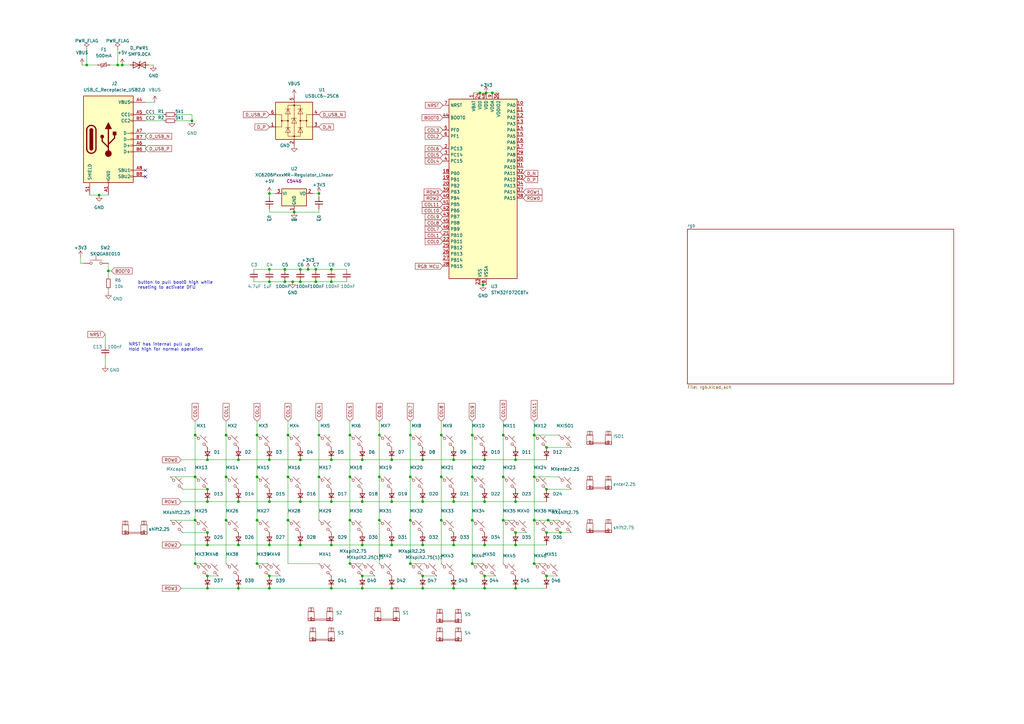
<source format=kicad_sch>
(kicad_sch (version 20230121) (generator eeschema)
  (paper "A3")
  (junction (at 148.59 223.52))
  (junction (at 92.71 213.36))
  (junction (at 193.675 178.435))
  (junction (at 206.375 213.36))
  (junction (at 211.455 188.595))
  (junction (at 186.055 205.74))
  (junction (at 105.41 213.36))
  (junction (at 123.19 205.74))
  (junction (at 219.075 195.58))
  (junction (at 123.19 188.595))
  (junction (at 160.655 241.3))
  (junction (at 160.655 205.74))
  (junction (at 211.455 241.3))
  (junction (at 105.41 231.14))
  (junction (at 196.85 38.1))
  (junction (at 224.155 183.515))
  (junction (at 148.59 205.74))
  (junction (at 224.155 218.44))
  (junction (at 224.155 236.22))
  (junction (at 92.71 195.58))
  (junction (at 92.71 178.435))
  (junction (at 211.455 218.44))
  (junction (at 135.89 223.52))
  (junction (at 85.09 200.66))
  (junction (at 135.89 110.49))
  (junction (at 198.755 205.74))
  (junction (at 135.89 205.74))
  (junction (at 135.89 115.57))
  (junction (at 118.11 213.36))
  (junction (at 50.165 26.67))
  (junction (at 143.51 195.58))
  (junction (at 129.54 115.57))
  (junction (at 85.09 218.44))
  (junction (at 110.49 188.595))
  (junction (at 198.12 116.84))
  (junction (at 198.755 241.3))
  (junction (at 110.49 241.3))
  (junction (at 135.89 241.3))
  (junction (at 123.19 223.52))
  (junction (at 186.055 241.3))
  (junction (at 173.355 241.3))
  (junction (at 85.09 236.22))
  (junction (at 206.375 195.58))
  (junction (at 129.54 110.49))
  (junction (at 148.59 236.22))
  (junction (at 40.64 80.01))
  (junction (at 206.375 178.435))
  (junction (at 80.01 231.14))
  (junction (at 198.755 188.595))
  (junction (at 180.975 195.58))
  (junction (at 180.975 178.435))
  (junction (at 44.45 111.125))
  (junction (at 193.675 195.58))
  (junction (at 80.01 195.58))
  (junction (at 110.49 223.52))
  (junction (at 130.81 195.58))
  (junction (at 130.81 178.435))
  (junction (at 219.075 178.435))
  (junction (at 105.41 195.58))
  (junction (at 116.84 110.49))
  (junction (at 120.65 86.995) (diameter 0.9144))
  (junction (at 143.51 213.36))
  (junction (at 148.59 241.3))
  (junction (at 143.51 178.435))
  (junction (at 168.275 231.14))
  (junction (at 97.79 205.74))
  (junction (at 173.355 223.52))
  (junction (at 123.19 110.49))
  (junction (at 85.09 188.595))
  (junction (at 155.575 213.36))
  (junction (at 173.355 205.74))
  (junction (at 229.87 218.44))
  (junction (at 193.675 231.14))
  (junction (at 199.39 38.1))
  (junction (at 110.49 110.49))
  (junction (at 219.075 213.36))
  (junction (at 120.015 115.57))
  (junction (at 168.275 195.58))
  (junction (at 211.455 205.74))
  (junction (at 110.49 236.22))
  (junction (at 135.89 188.595))
  (junction (at 105.41 178.435))
  (junction (at 130.81 79.375) (diameter 0.9144))
  (junction (at 160.655 223.52))
  (junction (at 143.51 231.14))
  (junction (at 198.755 223.52))
  (junction (at 85.09 223.52))
  (junction (at 173.355 236.22))
  (junction (at 116.84 115.57))
  (junction (at 201.93 38.1))
  (junction (at 110.49 79.375) (diameter 0.9144))
  (junction (at 148.59 188.595))
  (junction (at 118.11 178.435))
  (junction (at 97.79 223.52))
  (junction (at 118.11 195.58))
  (junction (at 110.49 205.74))
  (junction (at 85.09 241.3))
  (junction (at 168.275 178.435))
  (junction (at 97.79 188.595))
  (junction (at 126.365 110.49))
  (junction (at 110.49 115.57))
  (junction (at 224.155 200.66))
  (junction (at 35.56 26.67))
  (junction (at 211.455 223.52))
  (junction (at 173.355 188.595))
  (junction (at 155.575 195.58))
  (junction (at 186.055 188.595))
  (junction (at 186.055 223.52))
  (junction (at 180.975 213.36))
  (junction (at 219.075 231.14))
  (junction (at 78.74 49.53))
  (junction (at 85.09 205.74))
  (junction (at 224.79 213.36))
  (junction (at 97.79 241.3))
  (junction (at 80.01 178.435))
  (junction (at 198.755 236.22))
  (junction (at 168.275 213.36))
  (junction (at 193.675 213.36))
  (junction (at 80.01 213.36))
  (junction (at 123.19 115.57))
  (junction (at 160.655 188.595))
  (junction (at 155.575 178.435))
  (junction (at 48.26 26.67))
  (no_connect (at 59.69 72.39))
  (no_connect (at 59.69 69.85))
  (wire (pts (xy 186.055 241.3) (xy 198.755 241.3)))
  (wire (pts (xy 50.165 26.67) (xy 53.34 26.67)))
  (wire (pts (xy 123.19 223.52) (xy 135.89 223.52)))
  (wire (pts (xy 85.09 236.22) (xy 89.535 236.22)))
  (wire (pts (xy 211.455 218.44) (xy 215.9 218.44)))
  (wire (pts (xy 116.84 115.57) (xy 120.015 115.57)))
  (wire (pts (xy 186.055 188.595) (xy 198.755 188.595)))
  (wire (pts (xy 129.54 110.49) (xy 135.89 110.49)))
  (wire (pts (xy 45.085 26.67) (xy 48.26 26.67)))
  (wire (pts (xy 148.59 205.74) (xy 160.655 205.74)))
  (wire (pts (xy 168.275 195.58) (xy 168.275 213.36)))
  (wire (pts (xy 118.11 172.72) (xy 118.11 178.435)))
  (wire (pts (xy 105.41 195.58) (xy 105.41 213.36)))
  (wire (pts (xy 135.89 188.595) (xy 148.59 188.595)))
  (wire (pts (xy 186.055 223.52) (xy 198.755 223.52)))
  (wire (pts (xy 126.365 110.49) (xy 129.54 110.49)))
  (wire (pts (xy 211.455 188.595) (xy 224.155 188.595)))
  (wire (pts (xy 48.26 26.67) (xy 50.165 26.67)))
  (wire (pts (xy 80.01 213.36) (xy 80.01 231.14)))
  (wire (pts (xy 120.015 115.57) (xy 123.19 115.57)))
  (wire (pts (xy 80.01 178.435) (xy 80.01 195.58)))
  (wire (pts (xy 110.49 110.49) (xy 116.84 110.49)))
  (wire (pts (xy 74.93 218.44) (xy 85.09 218.44)))
  (wire (pts (xy 168.275 213.36) (xy 168.275 231.14)))
  (wire (pts (xy 97.79 223.52) (xy 110.49 223.52)))
  (wire (pts (xy 173.355 188.595) (xy 186.055 188.595)))
  (wire (pts (xy 148.59 241.3) (xy 160.655 241.3)))
  (wire (pts (xy 160.655 223.52) (xy 173.355 223.52)))
  (wire (pts (xy 80.01 231.14) (xy 84.455 231.14)))
  (wire (pts (xy 74.295 223.52) (xy 85.09 223.52)))
  (wire (pts (xy 130.81 85.725) (xy 130.81 86.995)))
  (wire (pts (xy 44.45 118.745) (xy 44.45 120.015)))
  (wire (pts (xy 129.54 115.57) (xy 135.89 115.57)))
  (wire (pts (xy 224.155 200.66) (xy 234.315 200.66)))
  (wire (pts (xy 74.295 205.74) (xy 85.09 205.74)))
  (wire (pts (xy 130.81 178.435) (xy 130.81 195.58)))
  (wire (pts (xy 110.49 188.595) (xy 123.19 188.595)))
  (wire (pts (xy 173.355 236.22) (xy 179.07 236.22)))
  (wire (pts (xy 110.49 85.725) (xy 110.49 86.995)))
  (wire (pts (xy 219.075 172.72) (xy 219.075 178.435)))
  (wire (pts (xy 198.755 188.595) (xy 211.455 188.595)))
  (wire (pts (xy 143.51 231.14) (xy 148.59 231.14)))
  (wire (pts (xy 224.155 218.44) (xy 229.87 218.44)))
  (wire (pts (xy 229.87 218.44) (xy 234.315 218.44)))
  (wire (pts (xy 44.45 111.125) (xy 44.45 113.665)))
  (wire (pts (xy 148.59 188.595) (xy 160.655 188.595)))
  (wire (pts (xy 155.575 213.36) (xy 155.575 231.14)))
  (wire (pts (xy 92.71 195.58) (xy 92.71 213.36)))
  (wire (pts (xy 116.84 110.49) (xy 123.19 110.49)))
  (wire (pts (xy 34.29 107.95) (xy 33.02 107.95)))
  (wire (pts (xy 44.45 111.125) (xy 45.72 111.125)))
  (wire (pts (xy 193.675 195.58) (xy 193.675 213.36)))
  (wire (pts (xy 85.09 205.74) (xy 97.79 205.74)))
  (wire (pts (xy 194.31 38.1) (xy 196.85 38.1)))
  (wire (pts (xy 193.675 231.14) (xy 198.12 231.14)))
  (wire (pts (xy 193.675 178.435) (xy 193.675 195.58)))
  (wire (pts (xy 59.69 41.91) (xy 63.5 41.91)))
  (wire (pts (xy 118.11 178.435) (xy 118.11 195.58)))
  (wire (pts (xy 173.355 241.3) (xy 186.055 241.3)))
  (wire (pts (xy 143.51 195.58) (xy 143.51 213.36)))
  (wire (pts (xy 148.59 223.52) (xy 160.655 223.52)))
  (wire (pts (xy 36.83 80.01) (xy 40.64 80.01)))
  (wire (pts (xy 97.79 241.3) (xy 110.49 241.3)))
  (wire (pts (xy 104.14 110.49) (xy 110.49 110.49)))
  (wire (pts (xy 193.675 172.72) (xy 193.675 178.435)))
  (wire (pts (xy 69.85 195.58) (xy 80.01 195.58)))
  (wire (pts (xy 199.39 38.1) (xy 201.93 38.1)))
  (wire (pts (xy 118.11 231.14) (xy 130.81 231.14)))
  (wire (pts (xy 110.49 79.375) (xy 110.49 80.645)))
  (wire (pts (xy 110.49 115.57) (xy 116.84 115.57)))
  (wire (pts (xy 130.81 195.58) (xy 130.81 213.36)))
  (wire (pts (xy 120.65 86.995) (xy 130.81 86.995)))
  (wire (pts (xy 211.455 241.3) (xy 224.155 241.3)))
  (wire (pts (xy 74.295 188.595) (xy 85.09 188.595)))
  (wire (pts (xy 196.85 116.84) (xy 198.12 116.84)))
  (wire (pts (xy 92.71 178.435) (xy 92.71 195.58)))
  (wire (pts (xy 135.89 110.49) (xy 142.24 110.49)))
  (wire (pts (xy 110.49 223.52) (xy 123.19 223.52)))
  (wire (pts (xy 196.85 38.1) (xy 199.39 38.1)))
  (wire (pts (xy 206.375 213.36) (xy 206.375 231.14)))
  (wire (pts (xy 35.56 26.67) (xy 40.005 26.67)))
  (wire (pts (xy 35.56 20.32) (xy 35.56 26.67)))
  (wire (pts (xy 155.575 172.72) (xy 155.575 178.435)))
  (wire (pts (xy 43.18 137.16) (xy 43.18 141.605)))
  (wire (pts (xy 219.075 178.435) (xy 219.075 195.58)))
  (wire (pts (xy 33.02 107.95) (xy 33.02 105.41)))
  (wire (pts (xy 59.69 54.61) (xy 59.69 57.15)))
  (wire (pts (xy 180.975 172.72) (xy 180.975 178.435)))
  (wire (pts (xy 224.155 183.515) (xy 234.315 183.515)))
  (wire (pts (xy 173.355 205.74) (xy 186.055 205.74)))
  (wire (pts (xy 219.075 213.36) (xy 224.79 213.36)))
  (wire (pts (xy 59.69 49.53) (xy 67.31 49.53)))
  (wire (pts (xy 85.09 241.3) (xy 97.79 241.3)))
  (wire (pts (xy 198.755 236.22) (xy 203.2 236.22)))
  (wire (pts (xy 206.375 178.435) (xy 206.375 195.58)))
  (wire (pts (xy 123.19 205.74) (xy 135.89 205.74)))
  (wire (pts (xy 60.96 26.67) (xy 62.865 26.67)))
  (wire (pts (xy 48.26 20.32) (xy 48.26 26.67)))
  (wire (pts (xy 211.455 205.74) (xy 224.155 205.74)))
  (wire (pts (xy 74.93 200.66) (xy 85.09 200.66)))
  (wire (pts (xy 85.09 223.52) (xy 97.79 223.52)))
  (wire (pts (xy 155.575 195.58) (xy 155.575 213.36)))
  (wire (pts (xy 72.39 46.99) (xy 78.74 46.99)))
  (wire (pts (xy 43.18 149.86) (xy 43.18 146.685)))
  (wire (pts (xy 201.93 38.1) (xy 204.47 38.1)))
  (wire (pts (xy 74.295 241.3) (xy 85.09 241.3)))
  (wire (pts (xy 198.755 223.52) (xy 211.455 223.52)))
  (wire (pts (xy 123.19 115.57) (xy 129.54 115.57)))
  (wire (pts (xy 155.575 178.435) (xy 155.575 195.58)))
  (wire (pts (xy 219.075 178.435) (xy 229.235 178.435)))
  (wire (pts (xy 44.45 107.95) (xy 44.45 111.125)))
  (wire (pts (xy 180.975 195.58) (xy 180.975 213.36)))
  (wire (pts (xy 173.355 223.52) (xy 186.055 223.52)))
  (wire (pts (xy 224.79 213.36) (xy 229.235 213.36)))
  (wire (pts (xy 110.49 79.375) (xy 113.03 79.375)))
  (wire (pts (xy 110.49 236.22) (xy 114.935 236.22)))
  (wire (pts (xy 105.41 231.14) (xy 109.855 231.14)))
  (wire (pts (xy 78.74 46.99) (xy 78.74 49.53)))
  (wire (pts (xy 186.055 205.74) (xy 198.755 205.74)))
  (wire (pts (xy 85.09 188.595) (xy 97.79 188.595)))
  (wire (pts (xy 104.14 115.57) (xy 110.49 115.57)))
  (wire (pts (xy 148.59 236.22) (xy 153.67 236.22)))
  (wire (pts (xy 59.69 59.69) (xy 59.69 62.23)))
  (wire (pts (xy 211.455 223.52) (xy 224.155 223.52)))
  (wire (pts (xy 80.01 172.72) (xy 80.01 178.435)))
  (wire (pts (xy 224.155 236.22) (xy 228.6 236.22)))
  (wire (pts (xy 219.075 213.36) (xy 219.075 231.14)))
  (wire (pts (xy 219.075 195.58) (xy 219.075 213.36)))
  (wire (pts (xy 206.375 172.72) (xy 206.375 178.435)))
  (wire (pts (xy 92.71 172.72) (xy 92.71 178.435)))
  (wire (pts (xy 143.51 178.435) (xy 143.51 195.58)))
  (wire (pts (xy 118.11 213.36) (xy 118.11 231.14)))
  (wire (pts (xy 206.375 195.58) (xy 206.375 213.36)))
  (wire (pts (xy 123.19 188.595) (xy 135.89 188.595)))
  (wire (pts (xy 135.89 241.3) (xy 148.59 241.3)))
  (wire (pts (xy 168.275 178.435) (xy 168.275 195.58)))
  (wire (pts (xy 168.275 231.14) (xy 173.99 231.14)))
  (wire (pts (xy 118.11 195.58) (xy 118.11 213.36)))
  (wire (pts (xy 97.79 188.595) (xy 110.49 188.595)))
  (wire (pts (xy 120.65 86.995) (xy 110.49 86.995)))
  (wire (pts (xy 33.655 26.67) (xy 35.56 26.67)))
  (wire (pts (xy 168.275 172.72) (xy 168.275 178.435)))
  (wire (pts (xy 180.975 213.36) (xy 180.975 231.14)))
  (wire (pts (xy 143.51 172.72) (xy 143.51 178.435)))
  (wire (pts (xy 123.19 110.49) (xy 126.365 110.49)))
  (wire (pts (xy 59.69 46.99) (xy 67.31 46.99)))
  (wire (pts (xy 130.81 172.72) (xy 130.81 178.435)))
  (wire (pts (xy 160.655 205.74) (xy 173.355 205.74)))
  (wire (pts (xy 143.51 213.36) (xy 143.51 231.14)))
  (wire (pts (xy 110.49 241.3) (xy 135.89 241.3)))
  (wire (pts (xy 198.12 116.84) (xy 199.39 116.84)))
  (wire (pts (xy 219.075 195.58) (xy 229.235 195.58)))
  (wire (pts (xy 198.755 205.74) (xy 211.455 205.74)))
  (wire (pts (xy 72.39 49.53) (xy 78.74 49.53)))
  (wire (pts (xy 135.89 223.52) (xy 148.59 223.52)))
  (wire (pts (xy 92.71 213.36) (xy 92.71 231.14)))
  (wire (pts (xy 135.89 115.57) (xy 142.24 115.57)))
  (wire (pts (xy 105.41 178.435) (xy 105.41 195.58)))
  (wire (pts (xy 219.075 231.14) (xy 223.52 231.14)))
  (wire (pts (xy 105.41 213.36) (xy 105.41 231.14)))
  (wire (pts (xy 69.85 213.36) (xy 80.01 213.36)))
  (wire (pts (xy 180.975 178.435) (xy 180.975 195.58)))
  (wire (pts (xy 110.49 205.74) (xy 123.19 205.74)))
  (wire (pts (xy 80.01 195.58) (xy 80.01 213.36)))
  (wire (pts (xy 40.64 80.01) (xy 44.45 80.01)))
  (wire (pts (xy 135.89 205.74) (xy 148.59 205.74)))
  (wire (pts (xy 198.755 241.3) (xy 211.455 241.3)))
  (wire (pts (xy 193.675 213.36) (xy 193.675 231.14)))
  (wire (pts (xy 160.655 241.3) (xy 173.355 241.3)))
  (wire (pts (xy 130.81 79.375) (xy 130.81 80.645)))
  (wire (pts (xy 97.79 205.74) (xy 110.49 205.74)))
  (wire (pts (xy 105.41 172.72) (xy 105.41 178.435)))
  (wire (pts (xy 128.27 79.375) (xy 130.81 79.375)))
  (wire (pts (xy 160.655 188.595) (xy 173.355 188.595)))
  (wire (pts (xy 206.375 213.36) (xy 210.82 213.36)))
  (text "NRST has internal pull up\nHold high for normal operation" (at 52.705 144.145 0) (effects (font (size 1.27 1.27)) (justify left bottom)))
  (text "button to pull boot0 high while \nreseting to activate DFU" (at 56.515 118.745 0) (effects (font (size 1.27 1.27)) (justify left bottom)))
  (label "CC2" (at 59.69 49.53 0))
  (label "CC1" (at 59.69 46.99 0))
  (global_label "BOOT0" (shape input) (at 45.72 111.125 0) (property "Intersheetrefs" "${INTERSHEET_REFS}" (effects hide)))
  (global_label "COL5" (shape input) (at 143.51 172.72 90) (property "Intersheetrefs" "${INTERSHEET_REFS}" (effects hide)))
  (global_label "COL2" (shape input) (at 105.41 172.72 90) (property "Intersheetrefs" "${INTERSHEET_REFS}" (effects hide)))
  (global_label "NRST" (shape input) (at 43.18 137.16 180) (property "Intersheetrefs" "${INTERSHEET_REFS}" (effects hide)))
  (global_label "ROW2" (shape input) (at 74.295 223.52 180) (property "Intersheetrefs" "${INTERSHEET_REFS}" (effects hide)))
  (global_label "COL7" (shape input) (at 168.275 172.72 90) (property "Intersheetrefs" "${INTERSHEET_REFS}" (effects hide)))
  (global_label "D_USB_P" (shape input) (at 59.69 60.96 0) (property "Intersheetrefs" "${INTERSHEET_REFS}" (effects hide)))
  (global_label "COL6" (shape input) (at 181.61 60.96 180) (property "Intersheetrefs" "${INTERSHEET_REFS}" (effects hide)))
  (global_label "ROW3" (shape input) (at 181.61 78.74 180) (property "Intersheetrefs" "${INTERSHEET_REFS}" (effects hide)))
  (global_label "ROW0" (shape input) (at 214.63 81.28 0) (property "Intersheetrefs" "${INTERSHEET_REFS}" (effects hide)))
  (global_label "COL2" (shape input) (at 181.61 55.88 180) (property "Intersheetrefs" "${INTERSHEET_REFS}" (effects hide)))
  (global_label "COL4" (shape input) (at 130.81 172.72 90) (property "Intersheetrefs" "${INTERSHEET_REFS}" (effects hide)))
  (global_label "D_USB_P" (shape input) (at 110.49 46.99 180) (property "Intersheetrefs" "${INTERSHEET_REFS}" (effects hide)))
  (global_label "COL7" (shape input) (at 181.61 93.98 180) (property "Intersheetrefs" "${INTERSHEET_REFS}" (effects hide)))
  (global_label "COL3" (shape input) (at 118.11 172.72 90) (property "Intersheetrefs" "${INTERSHEET_REFS}" (effects hide)))
  (global_label "COL11" (shape input) (at 219.075 172.72 90) (property "Intersheetrefs" "${INTERSHEET_REFS}" (effects hide)))
  (global_label "COL1" (shape input) (at 92.71 172.72 90) (property "Intersheetrefs" "${INTERSHEET_REFS}" (effects hide)))
  (global_label "COL0" (shape input) (at 181.61 99.06 180) (property "Intersheetrefs" "${INTERSHEET_REFS}" (effects hide)))
  (global_label "COL8" (shape input) (at 181.61 91.44 180) (property "Intersheetrefs" "${INTERSHEET_REFS}" (effects hide)))
  (global_label "D_N" (shape input) (at 214.63 71.12 0) (property "Intersheetrefs" "${INTERSHEET_REFS}" (effects hide)))
  (global_label "ROW1" (shape input) (at 74.295 205.74 180) (property "Intersheetrefs" "${INTERSHEET_REFS}" (effects hide)))
  (global_label "D_N" (shape input) (at 130.81 52.07 0) (property "Intersheetrefs" "${INTERSHEET_REFS}" (effects hide)))
  (global_label "BOOT0" (shape input) (at 181.61 48.26 180) (property "Intersheetrefs" "${INTERSHEET_REFS}" (effects hide)))
  (global_label "ROW1" (shape input) (at 214.63 78.74 0) (property "Intersheetrefs" "${INTERSHEET_REFS}" (effects hide)))
  (global_label "NRST" (shape input) (at 181.61 43.18 180) (property "Intersheetrefs" "${INTERSHEET_REFS}" (effects hide)))
  (global_label "RGB MCU" (shape input) (at 181.61 109.22 180) (property "Intersheetrefs" "${INTERSHEET_REFS}" (effects hide)))
  (global_label "COL11" (shape input) (at 181.61 83.82 180) (property "Intersheetrefs" "${INTERSHEET_REFS}" (effects hide)))
  (global_label "ROW3" (shape input) (at 74.295 241.3 180) (property "Intersheetrefs" "${INTERSHEET_REFS}" (effects hide)))
  (global_label "D_P" (shape input) (at 110.49 52.07 180) (property "Intersheetrefs" "${INTERSHEET_REFS}" (effects hide)))
  (global_label "D_USB_N" (shape input) (at 59.69 55.88 0) (property "Intersheetrefs" "${INTERSHEET_REFS}" (effects hide)))
  (global_label "COL0" (shape input) (at 80.01 172.72 90) (property "Intersheetrefs" "${INTERSHEET_REFS}" (effects hide)))
  (global_label "ROW0" (shape input) (at 74.295 188.595 180) (property "Intersheetrefs" "${INTERSHEET_REFS}" (effects hide)))
  (global_label "D_USB_N" (shape input) (at 130.81 46.99 0) (property "Intersheetrefs" "${INTERSHEET_REFS}" (effects hide)))
  (global_label "COL9" (shape input) (at 181.61 88.9 180) (property "Intersheetrefs" "${INTERSHEET_REFS}" (effects hide)))
  (global_label "COL3" (shape input) (at 181.61 53.34 180) (property "Intersheetrefs" "${INTERSHEET_REFS}" (effects hide)))
  (global_label "COL1" (shape input) (at 181.61 96.52 180) (property "Intersheetrefs" "${INTERSHEET_REFS}" (effects hide)))
  (global_label "COL6" (shape input) (at 155.575 172.72 90) (property "Intersheetrefs" "${INTERSHEET_REFS}" (effects hide)))
  (global_label "COL8" (shape input) (at 180.975 172.72 90) (property "Intersheetrefs" "${INTERSHEET_REFS}" (effects hide)))
  (global_label "COL10" (shape input) (at 181.61 86.36 180) (property "Intersheetrefs" "${INTERSHEET_REFS}" (effects hide)))
  (global_label "COL5" (shape input) (at 181.61 63.5 180) (property "Intersheetrefs" "${INTERSHEET_REFS}" (effects hide)))
  (global_label "COL9" (shape input) (at 193.675 172.72 90) (property "Intersheetrefs" "${INTERSHEET_REFS}" (effects hide)))
  (global_label "COL4" (shape input) (at 181.61 66.04 180) (property "Intersheetrefs" "${INTERSHEET_REFS}" (effects hide)))
  (global_label "ROW2" (shape input) (at 181.61 81.28 180) (property "Intersheetrefs" "${INTERSHEET_REFS}" (effects hide)))
  (global_label "D_P" (shape input) (at 214.63 73.66 0) (property "Intersheetrefs" "${INTERSHEET_REFS}" (effects hide)))
  (global_label "COL10" (shape input) (at 206.375 172.72 90) (property "Intersheetrefs" "${INTERSHEET_REFS}" (effects hide)))
  (symbol (lib_id "PCM_marbastlib-mx:MX_SW_HS") (at 231.775 180.975 0) (unit 1)
    (property "Reference" "MXISO1" (at 231.775 174.625 0))
    (property "Value" "MX_SW_HS" (effects hide))
    (property "Footprint" "PCM_marbastlib-mx:SW_MX_1u" (effects hide))
  )
  (symbol (lib_id "PCM_marbastlib-mx:MX_SW_HS") (at 183.515 215.9 0) (unit 1)
    (property "Reference" "MX33" (at 183.515 209.55 0))
    (property "Value" "MX_SW_HS" (effects hide))
    (property "Footprint" "PCM_marbastlib-mx:SW_MX_1u" (effects hide))
  )
  (symbol (lib_id "Device:D_Small") (at 186.055 238.76 90) (unit 1)
    (property "Reference" "D43" (at 187.96 238.125 90) (effects (justify right)))
    (property "Value" "D_Small" (effects hide))
    (property "Footprint" "Diode_SMD:D_SOD-123F" (effects hide))
    (property "Sim.Device" "D" (effects hide))
    (property "Sim.Pins" "1=K 2=A" (effects hide))
  )
  (symbol (lib_id "PCM_marbastlib-mx:MX_SW_HS") (at 226.06 233.68 0) (unit 1)
    (property "Reference" "MX51" (at 226.06 227.33 0))
    (property "Value" "MX_SW_HS" (effects hide))
    (property "Footprint" "PCM_marbastlib-mx:SW_MX_1.5u" (effects hide))
  )
  (symbol (lib_id "Device:C_Small") (at 129.54 113.03 0) (unit 1)
    (property "Reference" "C7" (at 128.27 108.585 0) (effects (justify left)))
    (property "Value" "100nF" (at 127 117.475 0) (effects (justify left)))
    (property "Footprint" "Capacitor_SMD:C_0603_1608Metric" (effects hide))
  )
  (symbol (lib_id "Device:C_Small") (at 43.18 144.145 0) (mirror y) (unit 1)
    (property "Reference" "C13" (at 41.91 142.24 0) (effects (justify left)))
    (property "Value" "100nF" (at 50.165 142.24 0) (effects (justify left)))
    (property "Footprint" "Capacitor_SMD:C_0603_1608Metric" (effects hide))
    (property "LCSC" "C307331" (effects hide))
  )
  (symbol (lib_id "PCM_marbastlib-mx:MX_SW_HS") (at 196.215 198.12 0) (unit 1)
    (property "Reference" "MX22" (at 196.215 191.77 0))
    (property "Value" "MX_SW_HS" (effects hide))
    (property "Footprint" "PCM_marbastlib-mx:SW_MX_1u" (effects hide))
  )
  (symbol (lib_id "PCM_marbastlib-mx:MX_SW_HS") (at 208.915 198.12 0) (unit 1)
    (property "Reference" "MX23" (at 208.915 191.77 0))
    (property "Value" "MX_SW_HS" (effects hide))
    (property "Footprint" "PCM_marbastlib-mx:SW_MX_1u" (effects hide))
  )
  (symbol (lib_id "Switch:SW_Push") (at 39.37 107.95 0) (unit 1)
    (property "Reference" "SW2" (at 43.18 101.6 0))
    (property "Value" "SKQGABE010" (at 43.18 104.14 0))
    (property "Footprint" "Button_Switch_SMD:SW_SPST_SKQG_WithoutStem" (effects hide))
    (property "LCSC" "C115351" (effects hide))
  )
  (symbol (lib_id "Device:D_Small") (at 85.09 186.055 90) (unit 1)
    (property "Reference" "D1" (at 87.63 185.42 90) (effects (justify right)))
    (property "Value" "D_Small" (effects hide))
    (property "Footprint" "Diode_SMD:D_SOD-123F" (effects hide))
    (property "Sim.Device" "D" (effects hide))
    (property "Sim.Pins" "1=K 2=A" (effects hide))
  )
  (symbol (lib_id "PCM_marbastlib-mx:MX_SW_HS") (at 82.55 233.68 0) (unit 1)
    (property "Reference" "MX37" (at 82.55 227.33 0))
    (property "Value" "MX_SW_HS" (effects hide))
    (property "Footprint" "PCM_marbastlib-mx:SW_MX_1u" (effects hide))
  )
  (symbol (lib_id "PCM_marbastlib-mx:MX_SW_HS") (at 208.915 180.975 0) (unit 1)
    (property "Reference" "MX11" (at 208.915 174.625 0))
    (property "Value" "MX_SW_HS" (effects hide))
    (property "Footprint" "PCM_marbastlib-mx:SW_MX_1u" (effects hide))
  )
  (symbol (lib_id "Device:D_Small") (at 148.59 203.2 90) (unit 1)
    (property "Reference" "D18" (at 151.13 202.565 90) (effects (justify right)))
    (property "Value" "D_Small" (effects hide))
    (property "Footprint" "Diode_SMD:D_SOD-123F" (effects hide))
    (property "Sim.Device" "D" (effects hide))
    (property "Sim.Pins" "1=K 2=A" (effects hide))
  )
  (symbol (lib_id "Device:D_Small") (at 198.755 238.76 90) (unit 1)
    (property "Reference" "D44" (at 200.66 238.125 90) (effects (justify right)))
    (property "Value" "D_Small" (effects hide))
    (property "Footprint" "Diode_SMD:D_SOD-123F" (effects hide))
    (property "Sim.Device" "D" (effects hide))
    (property "Sim.Pins" "1=K 2=A" (effects hide))
  )
  (symbol (lib_id "Device:C_Small") (at 130.81 83.185 180) (unit 1)
    (property "Reference" "C2" (at 130.81 88.9 0) (effects (font (size 0.762 0.762))))
    (property "Value" "1uF" (at 130.81 90.17 0) (effects (font (size 0.762 0.762))))
    (property "Footprint" "Capacitor_SMD:C_0603_1608Metric" (effects hide))
    (property "LCSC" "C52923" (effects hide))
  )
  (symbol (lib_id "PCM_marbastlib-mx:MX_SW_HS") (at 107.95 215.9 0) (unit 1)
    (property "Reference" "MX27" (at 107.95 209.55 0))
    (property "Value" "MX_SW_HS" (effects hide))
    (property "Footprint" "PCM_marbastlib-mx:SW_MX_1u" (effects hide))
  )
  (symbol (lib_id "PCM_marbastlib-mx:MX_SW_HS") (at 133.35 180.975 0) (unit 1)
    (property "Reference" "MX5" (at 133.35 174.625 0))
    (property "Value" "MX_SW_HS" (effects hide))
    (property "Footprint" "PCM_marbastlib-mx:SW_MX_1u" (effects hide))
  )
  (symbol (lib_id "MCU_ST_STM32F0:STM32F072C8Tx") (at 196.85 78.74 0) (unit 1)
    (property "Reference" "U3" (at 201.3459 117.475 0) (effects (justify left)))
    (property "Value" "STM32F072C8Tx" (at 201.3459 120.015 0) (effects (justify left)))
    (property "Footprint" "Package_QFP:LQFP-48_7x7mm_P0.5mm" (effects hide))
    (property "Datasheet" "https://www.st.com/resource/en/datasheet/stm32f072c8.pdf" (effects hide))
  )
  (symbol (lib_id "Device:D_Small") (at 85.09 220.98 90) (unit 1)
    (property "Reference" "D25" (at 87.63 220.345 90) (effects (justify right)))
    (property "Value" "D_Small" (effects hide))
    (property "Footprint" "Diode_SMD:D_SOD-123F" (effects hide))
    (property "Sim.Device" "D" (effects hide))
    (property "Sim.Pins" "1=K 2=A" (effects hide))
  )
  (symbol (lib_id "Device:D_Small") (at 135.89 220.98 90) (unit 1)
    (property "Reference" "D29" (at 138.43 220.345 90) (effects (justify right)))
    (property "Value" "D_Small" (effects hide))
    (property "Footprint" "Diode_SMD:D_SOD-123F" (effects hide))
    (property "Sim.Device" "D" (effects hide))
    (property "Sim.Pins" "1=K 2=A" (effects hide))
  )
  (symbol (lib_id "Device:D_Small") (at 224.155 238.76 90) (unit 1)
    (property "Reference" "D46" (at 226.06 238.125 90) (effects (justify right)))
    (property "Value" "D_Small" (effects hide))
    (property "Footprint" "Diode_SMD:D_SOD-123F" (effects hide))
    (property "Sim.Device" "D" (effects hide))
    (property "Sim.Pins" "1=K 2=A" (effects hide))
  )
  (symbol (lib_id "power:+3V3") (at 199.39 38.1 0) (unit 1)
    (property "Reference" "#PWR011" (effects hide))
    (property "Value" "+3V3" (at 199.39 34.925 0))
  )
  (symbol (lib_id "PCM_marbastlib-mx:MX_SW_HS") (at 227.33 215.9 0) (unit 1)
    (property "Reference" "MX47" (at 227.33 209.55 0))
    (property "Value" "MX_SW_HS" (effects hide))
    (property "Footprint" "PCM_marbastlib-mx:SW_MX_1u" (effects hide))
  )
  (symbol (lib_id "Device:D_Small") (at 211.455 238.76 90) (unit 1)
    (property "Reference" "D45" (at 213.36 238.125 90) (effects (justify right)))
    (property "Value" "D_Small" (effects hide))
    (property "Footprint" "Diode_SMD:D_SOD-123F" (effects hide))
    (property "Sim.Device" "D" (effects hide))
    (property "Sim.Pins" "1=K 2=A" (effects hide))
  )
  (symbol (lib_id "PCM_marbastlib-mx:MX_SW_HS") (at 133.35 198.12 0) (unit 1)
    (property "Reference" "MX17" (at 133.35 191.77 0))
    (property "Value" "MX_SW_HS" (effects hide))
    (property "Footprint" "PCM_marbastlib-mx:SW_MX_1u" (effects hide))
  )
  (symbol (lib_id "Device:R_Small") (at 69.85 46.99 90) (unit 1)
    (property "Reference" "R1" (at 66.04 45.72 90))
    (property "Value" "5k1" (at 73.66 45.72 90))
    (property "Footprint" "Resistor_SMD:R_0603_1608Metric" (effects hide))
    (property "LCSC" "C25905" (effects hide))
  )
  (symbol (lib_id "power:PWR_FLAG") (at 35.56 20.32 0) (unit 1)
    (property "Reference" "#FLG01" (effects hide))
    (property "Value" "PWR_FLAG" (at 35.56 16.7442 0))
  )
  (symbol (lib_id "Device:C_Small") (at 110.49 83.185 180) (unit 1)
    (property "Reference" "C1" (at 110.49 88.9 0) (effects (font (size 0.762 0.762))))
    (property "Value" "1uF" (at 110.49 90.17 0) (effects (font (size 0.762 0.762))))
    (property "Footprint" "Capacitor_SMD:C_0603_1608Metric" (effects hide))
    (property "LCSC" "C52923" (effects hide))
  )
  (symbol (lib_name "GND_1") (lib_id "power:GND") (at 120.015 115.57 0) (unit 1)
    (property "Reference" "#PWR07" (effects hide))
    (property "Value" "GND" (at 120.015 120.015 0))
  )
  (symbol (lib_id "PCM_marbastlib-mx:MX_stab") (at 131.445 252.095 0) (unit 1)
    (property "Reference" "S2" (at 137.795 251.333 0) (effects (justify left)))
    (property "Value" "MX_stab" (effects hide))
    (property "Footprint" "PCM_marbastlib-mx:STAB_MX_P_2.25u" (effects hide))
  )
  (symbol (lib_name "GND_4") (lib_id "power:GND") (at 40.64 80.01 0) (unit 1)
    (property "Reference" "#PWR013" (effects hide))
    (property "Value" "GND" (at 40.64 85.09 0))
  )
  (symbol (lib_id "PCM_marbastlib-mx:MX_SW_HS") (at 107.95 233.68 0) (unit 1)
    (property "Reference" "MX39" (at 107.95 227.33 0))
    (property "Value" "MX_SW_HS" (effects hide))
    (property "Footprint" "PCM_marbastlib-mx:SW_MX_1u" (effects hide))
  )
  (symbol (lib_id "Device:D_Small") (at 97.79 238.76 90) (unit 1)
    (property "Reference" "D38" (at 100.33 238.125 90) (effects (justify right)))
    (property "Value" "D_Small" (effects hide))
    (property "Footprint" "Diode_SMD:D_SOD-123F" (effects hide))
    (property "Sim.Device" "D" (effects hide))
    (property "Sim.Pins" "1=K 2=A" (effects hide))
  )
  (symbol (lib_id "power:VBUS") (at 120.65 39.37 0) (unit 1)
    (property "Reference" "#PWR01" (effects hide))
    (property "Value" "VBUS" (at 120.65 34.29 0))
  )
  (symbol (lib_id "Device:D_Small") (at 148.59 186.055 90) (unit 1)
    (property "Reference" "D6" (at 151.13 185.42 90) (effects (justify right)))
    (property "Value" "D_Small" (effects hide))
    (property "Footprint" "Diode_SMD:D_SOD-123F" (effects hide))
    (property "Sim.Device" "D" (effects hide))
    (property "Sim.Pins" "1=K 2=A" (effects hide))
  )
  (symbol (lib_id "Device:D_Small") (at 160.655 186.055 90) (unit 1)
    (property "Reference" "D7" (at 163.195 185.42 90) (effects (justify right)))
    (property "Value" "D_Small" (effects hide))
    (property "Footprint" "Diode_SMD:D_SOD-123F" (effects hide))
    (property "Sim.Device" "D" (effects hide))
    (property "Sim.Pins" "1=K 2=A" (effects hide))
  )
  (symbol (lib_id "power:VBUS") (at 33.655 26.67 0) (unit 1)
    (property "Reference" "#PWR08" (effects hide))
    (property "Value" "VBUS" (at 33.655 21.59 0))
  )
  (symbol (lib_id "Device:D_Small") (at 173.355 203.2 90) (unit 1)
    (property "Reference" "D20" (at 175.895 202.565 90) (effects (justify right)))
    (property "Value" "D_Small" (effects hide))
    (property "Footprint" "Diode_SMD:D_SOD-123F" (effects hide))
    (property "Sim.Device" "D" (effects hide))
    (property "Sim.Pins" "1=K 2=A" (effects hide))
  )
  (symbol (lib_id "power:+3.3V") (at 130.81 79.375 0) (unit 1)
    (property "Reference" "#PWR04" (effects hide))
    (property "Value" "+3.3V" (at 130.81 75.8276 0))
  )
  (symbol (lib_id "Device:D_TVS") (at 57.15 26.67 0) (unit 1)
    (property "Reference" "D_PWR1" (at 57.15 19.685 0))
    (property "Value" "SMF9.0CA" (at 57.15 22.225 0))
    (property "Footprint" "Diode_SMD:D_SOD-123" (effects hide))
  )
  (symbol (lib_id "Device:D_Small") (at 211.455 203.2 90) (unit 1)
    (property "Reference" "D23" (at 213.995 202.565 90) (effects (justify right)))
    (property "Value" "D_Small" (effects hide))
    (property "Footprint" "Diode_SMD:D_SOD-123F" (effects hide))
    (property "Sim.Device" "D" (effects hide))
    (property "Sim.Pins" "1=K 2=A" (effects hide))
  )
  (symbol (lib_id "Device:D_Small") (at 160.655 238.76 90) (unit 1)
    (property "Reference" "D42" (at 162.56 238.125 90) (effects (justify right)))
    (property "Value" "D_Small" (effects hide))
    (property "Footprint" "Diode_SMD:D_SOD-123F" (effects hide))
    (property "Sim.Device" "D" (effects hide))
    (property "Sim.Pins" "1=K 2=A" (effects hide))
  )
  (symbol (lib_id "PCM_marbastlib-mx:MX_SW_HS") (at 183.515 180.975 0) (unit 1)
    (property "Reference" "MX9" (at 183.515 174.625 0))
    (property "Value" "MX_SW_HS" (effects hide))
    (property "Footprint" "PCM_marbastlib-mx:SW_MX_1u" (effects hide))
  )
  (symbol (lib_id "PCM_marbastlib-mx:MX_SW_HS") (at 95.25 215.9 0) (unit 1)
    (property "Reference" "MX26" (at 95.25 209.55 0))
    (property "Value" "MX_SW_HS" (effects hide))
    (property "Footprint" "PCM_marbastlib-mx:SW_MX_1u" (effects hide))
  )
  (symbol (lib_id "Device:D_Small") (at 148.59 238.76 90) (unit 1)
    (property "Reference" "D40" (at 150.495 238.125 90) (effects (justify right)))
    (property "Value" "D_Small" (effects hide))
    (property "Footprint" "Diode_SMD:D_SOD-123F" (effects hide))
    (property "Sim.Device" "D" (effects hide))
    (property "Sim.Pins" "1=K 2=A" (effects hide))
  )
  (symbol (lib_id "Device:D_Small") (at 224.155 220.98 90) (unit 1)
    (property "Reference" "D36" (at 226.695 220.345 90) (effects (justify right)))
    (property "Value" "D_Small" (effects hide))
    (property "Footprint" "Diode_SMD:D_SOD-123F" (effects hide))
    (property "Sim.Device" "D" (effects hide))
    (property "Sim.Pins" "1=K 2=A" (effects hide))
  )
  (symbol (lib_id "Device:C_Small") (at 116.84 113.03 0) (unit 1)
    (property "Reference" "C5" (at 115.57 108.585 0) (effects (justify left)))
    (property "Value" "100nF" (at 113.03 117.475 0) (effects (justify left)))
    (property "Footprint" "Capacitor_SMD:C_0603_1608Metric" (effects hide))
  )
  (symbol (lib_id "Device:D_Small") (at 186.055 186.055 90) (unit 1)
    (property "Reference" "D9" (at 188.595 185.42 90) (effects (justify right)))
    (property "Value" "D_Small" (effects hide))
    (property "Footprint" "Diode_SMD:D_SOD-123F" (effects hide))
    (property "Sim.Device" "D" (effects hide))
    (property "Sim.Pins" "1=K 2=A" (effects hide))
  )
  (symbol (lib_id "PCM_marbastlib-mx:MX_SW_HS") (at 95.25 180.975 0) (unit 1)
    (property "Reference" "MX2" (at 95.25 174.625 0))
    (property "Value" "MX_SW_HS" (effects hide))
    (property "Footprint" "PCM_marbastlib-mx:SW_MX_1u" (effects hide))
  )
  (symbol (lib_id "power:GND") (at 44.45 120.015 0) (unit 1)
    (property "Reference" "#PWR028" (effects hide))
    (property "Value" "GND" (at 48.26 122.555 0))
  )
  (symbol (lib_id "PCM_marbastlib-mx:MX_SW_HS") (at 133.35 215.9 0) (unit 1)
    (property "Reference" "MX29" (at 133.35 209.55 0))
    (property "Value" "MX_SW_HS" (effects hide))
    (property "Footprint" "PCM_marbastlib-mx:SW_MX_1u" (effects hide))
  )
  (symbol (lib_id "Device:C_Small") (at 104.14 113.03 0) (unit 1)
    (property "Reference" "C3" (at 102.87 108.585 0) (effects (justify left)))
    (property "Value" "4.7uF" (at 101.6 117.475 0) (effects (justify left)))
    (property "Footprint" "Capacitor_SMD:C_0603_1608Metric" (effects hide))
  )
  (symbol (lib_id "power:+3V3") (at 126.365 110.49 0) (unit 1)
    (property "Reference" "#PWR06" (effects hide))
    (property "Value" "+3V3" (at 126.365 106.68 0))
  )
  (symbol (lib_id "PCM_marbastlib-mx:MX_stab") (at 132.08 260.35 0) (unit 1)
    (property "Reference" "S3" (at 138.43 259.588 0) (effects (justify left)))
    (property "Value" "MX_stab" (effects hide))
    (property "Footprint" "PCM_marbastlib-mx:STAB_MX_P_2.75u" (effects hide))
  )
  (symbol (lib_id "PCM_marbastlib-mx:MX_SW_HS") (at 208.915 233.68 0) (unit 1)
    (property "Reference" "MX45" (at 208.915 227.965 0))
    (property "Value" "MX_SW_HS" (effects hide))
    (property "Footprint" "PCM_marbastlib-mx:SW_MX_1u" (effects hide))
  )
  (symbol (lib_id "Device:D_Small") (at 97.79 186.055 90) (unit 1)
    (property "Reference" "D2" (at 100.33 185.42 90) (effects (justify right)))
    (property "Value" "D_Small" (effects hide))
    (property "Footprint" "Diode_SMD:D_SOD-123F" (effects hide))
    (property "Sim.Device" "D" (effects hide))
    (property "Sim.Pins" "1=K 2=A" (effects hide))
  )
  (symbol (lib_id "power:VBUS") (at 63.5 41.91 0) (unit 1)
    (property "Reference" "#PWR015" (effects hide))
    (property "Value" "VBUS" (at 63.5 36.83 0))
  )
  (symbol (lib_id "power:+5V") (at 110.49 79.375 0) (unit 1)
    (property "Reference" "#PWR03" (effects hide))
    (property "Value" "+5V" (at 110.49 74.295 0))
  )
  (symbol (lib_id "PCM_marbastlib-mx:MX_SW_HS") (at 208.915 215.9 0) (unit 1)
    (property "Reference" "MX35" (at 208.915 209.55 0))
    (property "Value" "MX_SW_HS" (effects hide))
    (property "Footprint" "PCM_marbastlib-mx:SW_MX_1u" (effects hide))
  )
  (symbol (lib_id "Device:D_Small") (at 110.49 203.2 90) (unit 1)
    (property "Reference" "D15" (at 113.03 202.565 90) (effects (justify right)))
    (property "Value" "D_Small" (effects hide))
    (property "Footprint" "Diode_SMD:D_SOD-123F" (effects hide))
    (property "Sim.Device" "D" (effects hide))
    (property "Sim.Pins" "1=K 2=A" (effects hide))
  )
  (symbol (lib_id "Device:D_Small") (at 97.79 220.98 90) (unit 1)
    (property "Reference" "D26" (at 100.33 220.345 90) (effects (justify right)))
    (property "Value" "D_Small" (effects hide))
    (property "Footprint" "Diode_SMD:D_SOD-123F" (effects hide))
    (property "Sim.Device" "D" (effects hide))
    (property "Sim.Pins" "1=K 2=A" (effects hide))
  )
  (symbol (lib_id "Device:C_Small") (at 142.24 113.03 0) (unit 1)
    (property "Reference" "C9" (at 140.97 108.585 0) (effects (justify left)))
    (property "Value" "100nF" (at 139.7 117.475 0) (effects (justify left)))
    (property "Footprint" "Capacitor_SMD:C_0603_1608Metric" (effects hide))
  )
  (symbol (lib_id "Device:D_Small") (at 110.49 186.055 90) (unit 1)
    (property "Reference" "D3" (at 113.03 185.42 90) (effects (justify right)))
    (property "Value" "D_Small" (effects hide))
    (property "Footprint" "Diode_SMD:D_SOD-123F" (effects hide))
    (property "Sim.Device" "D" (effects hide))
    (property "Sim.Pins" "1=K 2=A" (effects hide))
  )
  (symbol (lib_id "Device:D_Small") (at 135.89 238.76 90) (unit 1)
    (property "Reference" "D41" (at 138.43 238.125 90) (effects (justify right)))
    (property "Value" "D_Small" (effects hide))
    (property "Footprint" "Diode_SMD:D_SOD-123F" (effects hide))
    (property "Sim.Device" "D" (effects hide))
    (property "Sim.Pins" "1=K 2=A" (effects hide))
  )
  (symbol (lib_id "power:GND") (at 120.65 59.69 0) (unit 1)
    (property "Reference" "#PWR02" (effects hide))
    (property "Value" "GND" (at 116.84 59.69 0))
  )
  (symbol (lib_id "Device:D_Small") (at 160.655 203.2 90) (unit 1)
    (property "Reference" "D19" (at 163.195 202.565 90) (effects (justify right)))
    (property "Value" "D_Small" (effects hide))
    (property "Footprint" "Diode_SMD:D_SOD-123F" (effects hide))
    (property "Sim.Device" "D" (effects hide))
    (property "Sim.Pins" "1=K 2=A" (effects hide))
  )
  (symbol (lib_id "Connector:USB_C_Receptacle_USB2.0") (at 44.45 57.15 0) (unit 1)
    (property "Reference" "J2" (at 46.9265 34.29 0))
    (property "Value" "USB_C_Receptacle_USB2.0" (at 46.9265 36.83 0))
    (property "Footprint" "Connector_USB:USB_C_Receptacle_HRO_TYPE-C-31-M-12" (effects hide))
    (property "Datasheet" "https://www.usb.org/sites/default/files/documents/usb_type-c.zip" (effects hide))
    (property "LCSC" "C165948" (effects hide))
  )
  (symbol (lib_id "PCM_marbastlib-mx:MX_SW_HS") (at 158.115 198.12 0) (unit 1)
    (property "Reference" "MX19" (at 158.115 191.77 0))
    (property "Value" "MX_SW_HS" (effects hide))
    (property "Footprint" "PCM_marbastlib-mx:SW_MX_1u" (effects hide))
  )
  (symbol (lib_id "Device:D_Small") (at 135.89 186.055 90) (unit 1)
    (property "Reference" "D5" (at 138.43 185.42 90) (effects (justify right)))
    (property "Value" "D_Small" (effects hide))
    (property "Footprint" "Diode_SMD:D_SOD-123F" (effects hide))
    (property "Sim.Device" "D" (effects hide))
    (property "Sim.Pins" "1=K 2=A" (effects hide))
  )
  (symbol (lib_id "Device:D_Small") (at 110.49 220.98 90) (unit 1)
    (property "Reference" "D27" (at 113.03 220.345 90) (effects (justify right)))
    (property "Value" "D_Small" (effects hide))
    (property "Footprint" "Diode_SMD:D_SOD-123F" (effects hide))
    (property "Sim.Device" "D" (effects hide))
    (property "Sim.Pins" "1=K 2=A" (effects hide))
  )
  (symbol (lib_id "Device:D_Small") (at 123.19 203.2 90) (unit 1)
    (property "Reference" "D16" (at 125.73 202.565 90) (effects (justify right)))
    (property "Value" "D_Small" (effects hide))
    (property "Footprint" "Diode_SMD:D_SOD-123F" (effects hide))
    (property "Sim.Device" "D" (effects hide))
    (property "Sim.Pins" "1=K 2=A" (effects hide))
  )
  (symbol (lib_id "PCM_marbastlib-mx:MX_SW_HS") (at 95.25 233.68 0) (unit 1)
    (property "Reference" "MX38" (at 95.25 227.33 0))
    (property "Value" "MX_SW_HS" (effects hide))
    (property "Footprint" "PCM_marbastlib-mx:SW_MX_1u" (effects hide))
  )
  (symbol (lib_id "Device:C_Small") (at 110.49 113.03 0) (unit 1)
    (property "Reference" "C4" (at 109.22 108.585 0) (effects (justify left)))
    (property "Value" "1uF" (at 107.95 117.475 0) (effects (justify left)))
    (property "Footprint" "Capacitor_SMD:C_0603_1608Metric" (effects hide))
  )
  (symbol (lib_id "Device:D_Small") (at 173.355 186.055 90) (unit 1)
    (property "Reference" "D8" (at 175.895 185.42 90) (effects (justify right)))
    (property "Value" "D_Small" (effects hide))
    (property "Footprint" "Diode_SMD:D_SOD-123F" (effects hide))
    (property "Sim.Device" "D" (effects hide))
    (property "Sim.Pins" "1=K 2=A" (effects hide))
  )
  (symbol (lib_id "Device:Polyfuse_Small") (at 42.545 26.67 90) (unit 1)
    (property "Reference" "F1" (at 42.545 20.32 90))
    (property "Value" "500mA" (at 42.545 22.86 90))
    (property "Footprint" "Fuse:Fuse_1206_3216Metric" (effects hide))
    (property "LCSC" "C70076" (effects hide))
  )
  (symbol (lib_id "PCM_marbastlib-mx:MX_SW_HS") (at 158.115 180.975 0) (unit 1)
    (property "Reference" "MX7" (at 158.115 174.625 0))
    (property "Value" "MX_SW_HS" (effects hide))
    (property "Footprint" "PCM_marbastlib-mx:SW_MX_1u" (effects hide))
  )
  (symbol (lib_id "Device:R_Small") (at 44.45 116.205 0) (unit 1)
    (property "Reference" "R6" (at 46.99 114.9349 0) (effects (justify left)))
    (property "Value" "10k" (at 46.99 117.4749 0) (effects (justify left)))
    (property "Footprint" "Resistor_SMD:R_0603_1608Metric" (effects hide))
  )
  (symbol (lib_id "PCM_marbastlib-mx:MX_SW_HS") (at 221.615 215.9 0) (unit 1)
    (property "Reference" "MX36" (at 221.615 209.55 0))
    (property "Value" "MX_SW_HS" (effects hide))
    (property "Footprint" "PCM_marbastlib-mx:SW_MX_1.75u" (effects hide))
  )
  (symbol (lib_id "PCM_marbastlib-mx:MX_SW_HS") (at 176.53 233.68 0) (unit 1)
    (property "Reference" "MXsplit2.75(1)1" (at 173.99 228.6 0))
    (property "Value" "MX_SW_HS" (effects hide))
    (property "Footprint" "PCM_marbastlib-mx:SW_MX_1u" (effects hide))
  )
  (symbol (lib_id "Device:D_Small") (at 173.355 238.76 90) (unit 1)
    (property "Reference" "D47" (at 175.26 238.125 90) (effects (justify right)))
    (property "Value" "D_Small" (effects hide))
    (property "Footprint" "Diode_SMD:D_SOD-123F" (effects hide))
    (property "Sim.Device" "D" (effects hide))
    (property "Sim.Pins" "1=K 2=A" (effects hide))
  )
  (symbol (lib_id "PCM_marbastlib-mx:MX_SW_HS") (at 107.95 180.975 0) (unit 1)
    (property "Reference" "MX3" (at 107.95 174.625 0))
    (property "Value" "MX_SW_HS" (effects hide))
    (property "Footprint" "PCM_marbastlib-mx:SW_MX_1u" (effects hide))
  )
  (symbol (lib_id "Device:D_Small") (at 148.59 220.98 90) (unit 1)
    (property "Reference" "D30" (at 151.13 220.345 90) (effects (justify right)))
    (property "Value" "D_Small" (effects hide))
    (property "Footprint" "Diode_SMD:D_SOD-123F" (effects hide))
    (property "Sim.Device" "D" (effects hide))
    (property "Sim.Pins" "1=K 2=A" (effects hide))
  )
  (symbol (lib_id "PCM_marbastlib-mx:MX_stab") (at 184.15 260.35 0) (unit 1)
    (property "Reference" "S4" (at 190.5 259.588 0) (effects (justify left)))
    (property "Value" "MX_stab" (effects hide))
    (property "Footprint" "PCM_marbastlib-mx:STAB_MX_P_2.25u" (effects hide))
  )
  (symbol (lib_id "Device:D_Small") (at 186.055 220.98 90) (unit 1)
    (property "Reference" "D33" (at 188.595 220.345 90) (effects (justify right)))
    (property "Value" "D_Small" (effects hide))
    (property "Footprint" "Diode_SMD:D_SOD-123F" (effects hide))
    (property "Sim.Device" "D" (effects hide))
    (property "Sim.Pins" "1=K 2=A" (effects hide))
  )
  (symbol (lib_id "PCM_marbastlib-mx:MX_stab") (at 55.245 216.535 0) (unit 1)
    (property "Reference" "shift2.25" (at 60.96 217.043 0) (effects (justify left)))
    (property "Value" "MX_stab" (effects hide))
    (property "Footprint" "PCM_marbastlib-mx:STAB_MX_P_2.25u" (effects hide))
  )
  (symbol (lib_id "PCM_marbastlib-mx:MX_SW_HS") (at 231.775 215.9 0) (unit 1)
    (property "Reference" "MXshift2.75" (at 231.775 210.185 0))
    (property "Value" "MX_SW_HS" (effects hide))
    (property "Footprint" "PCM_marbastlib-mx:SW_MX_1u" (effects hide))
  )
  (symbol (lib_id "PCM_marbastlib-mx:MX_SW_HS") (at 82.55 180.975 0) (unit 1)
    (property "Reference" "MX1" (at 82.55 174.625 0))
    (property "Value" "MX_SW_HS" (effects hide))
    (property "Footprint" "PCM_marbastlib-mx:SW_MX_1.5u" (effects hide))
  )
  (symbol (lib_id "Device:D_Small") (at 211.455 220.98 90) (unit 1)
    (property "Reference" "D35" (at 213.995 220.345 90) (effects (justify right)))
    (property "Value" "D_Small" (effects hide))
    (property "Footprint" "Diode_SMD:D_SOD-123F" (effects hide))
    (property "Sim.Device" "D" (effects hide))
    (property "Sim.Pins" "1=K 2=A" (effects hide))
  )
  (symbol (lib_id "Device:D_Small") (at 135.89 203.2 90) (unit 1)
    (property "Reference" "D17" (at 138.43 202.565 90) (effects (justify right)))
    (property "Value" "D_Small" (effects hide))
    (property "Footprint" "Diode_SMD:D_SOD-123F" (effects hide))
    (property "Sim.Device" "D" (effects hide))
    (property "Sim.Pins" "1=K 2=A" (effects hide))
  )
  (symbol (lib_id "power:+5V") (at 50.165 26.67 0) (unit 1)
    (property "Reference" "#PWR09" (effects hide))
    (property "Value" "+5V" (at 50.165 21.59 0))
  )
  (symbol (lib_id "Device:D_Small") (at 160.655 220.98 90) (unit 1)
    (property "Reference" "D31" (at 163.195 220.345 90) (effects (justify right)))
    (property "Value" "D_Small" (effects hide))
    (property "Footprint" "Diode_SMD:D_SOD-123F" (effects hide))
    (property "Sim.Device" "D" (effects hide))
    (property "Sim.Pins" "1=K 2=A" (effects hide))
  )
  (symbol (lib_id "PCM_marbastlib-mx:MX_SW_HS") (at 82.55 198.12 0) (unit 1)
    (property "Reference" "MX13" (at 82.55 191.77 0))
    (property "Value" "MX_SW_HS" (effects hide))
    (property "Footprint" "PCM_marbastlib-mx:SW_MX_1.75u" (effects hide))
  )
  (symbol (lib_id "PCM_marbastlib-mx:MX_SW_HS") (at 146.05 180.975 0) (unit 1)
    (property "Reference" "MX6" (at 146.05 174.625 0))
    (property "Value" "MX_SW_HS" (effects hide))
    (property "Footprint" "PCM_marbastlib-mx:SW_MX_1u" (effects hide))
  )
  (symbol (lib_id "PCM_marbastlib-mx:MX_SW_HS") (at 133.35 233.68 0) (unit 1)
    (property "Reference" "MX41" (at 133.35 227.33 0))
    (property "Value" "MX_SW_HS" (effects hide))
    (property "Footprint" "PCM_marbastlib-mx:SW_MX_1u" (effects hide))
  )
  (symbol (lib_id "PCM_marbastlib-mx:MX_SW_HS") (at 170.815 198.12 0) (unit 1)
    (property "Reference" "MX20" (at 170.815 191.77 0))
    (property "Value" "MX_SW_HS" (effects hide))
    (property "Footprint" "PCM_marbastlib-mx:SW_MX_1u" (effects hide))
  )
  (symbol (lib_id "PCM_marbastlib-mx:MX_SW_HS") (at 183.515 198.12 0) (unit 1)
    (property "Reference" "MX21" (at 183.515 191.77 0))
    (property "Value" "MX_SW_HS" (effects hide))
    (property "Footprint" "PCM_marbastlib-mx:SW_MX_1u" (effects hide))
  )
  (symbol (lib_id "Device:D_Small") (at 224.155 186.055 90) (unit 1)
    (property "Reference" "D12" (at 226.695 185.42 90) (effects (justify right)))
    (property "Value" "D_Small" (effects hide))
    (property "Footprint" "Diode_SMD:D_SOD-123F" (effects hide))
    (property "Sim.Device" "D" (effects hide))
    (property "Sim.Pins" "1=K 2=A" (effects hide))
  )
  (symbol (lib_id "Device:D_Small") (at 186.055 203.2 90) (unit 1)
    (property "Reference" "D21" (at 188.595 202.565 90) (effects (justify right)))
    (property "Value" "D_Small" (effects hide))
    (property "Footprint" "Diode_SMD:D_SOD-123F" (effects hide))
    (property "Sim.Device" "D" (effects hide))
    (property "Sim.Pins" "1=K 2=A" (effects hide))
  )
  (symbol (lib_id "PCM_marbastlib-mx:MX_stab") (at 158.75 252.095 0) (unit 1)
    (property "Reference" "S1" (at 165.1 251.333 0) (effects (justify left)))
    (property "Value" "MX_stab" (effects hide))
    (property "Footprint" "PCM_marbastlib-mx:STAB_MX_P_7u" (effects hide))
  )
  (symbol (lib_id "Device:D_Small") (at 85.09 238.76 90) (unit 1)
    (property "Reference" "D37" (at 87.63 238.125 90) (effects (justify right)))
    (property "Value" "D_Small" (effects hide))
    (property "Footprint" "Diode_SMD:D_SOD-123F" (effects hide))
    (property "Sim.Device" "D" (effects hide))
    (property "Sim.Pins" "1=K 2=A" (effects hide))
  )
  (symbol (lib_id "Device:D_Small") (at 97.79 203.2 90) (unit 1)
    (property "Reference" "D14" (at 100.33 202.565 90) (effects (justify right)))
    (property "Value" "D_Small" (effects hide))
    (property "Footprint" "Diode_SMD:D_SOD-123F" (effects hide))
    (property "Sim.Device" "D" (effects hide))
    (property "Sim.Pins" "1=K 2=A" (effects hide))
  )
  (symbol (lib_id "PCM_marbastlib-mx:MX_SW_HS") (at 120.65 215.9 0) (unit 1)
    (property "Reference" "MX28" (at 120.65 209.55 0))
    (property "Value" "MX_SW_HS" (effects hide))
    (property "Footprint" "PCM_marbastlib-mx:SW_MX_1u" (effects hide))
  )
  (symbol (lib_id "PCM_marbastlib-mx:MX_SW_HS") (at 196.215 180.975 0) (unit 1)
    (property "Reference" "MX10" (at 196.215 174.625 0))
    (property "Value" "MX_SW_HS" (effects hide))
    (property "Footprint" "PCM_marbastlib-mx:SW_MX_1u" (effects hide))
  )
  (symbol (lib_id "Device:C_Small") (at 135.89 113.03 0) (unit 1)
    (property "Reference" "C8" (at 134.62 108.585 0) (effects (justify left)))
    (property "Value" "100nF" (at 133.35 117.475 0) (effects (justify left)))
    (property "Footprint" "Capacitor_SMD:C_0603_1608Metric" (effects hide))
  )
  (symbol (lib_id "power:GND") (at 62.865 26.67 0) (unit 1)
    (property "Reference" "#PWR017" (effects hide))
    (property "Value" "GND" (at 62.992 31.0642 0))
  )
  (symbol (lib_id "PCM_marbastlib-mx:MX_SW_HS") (at 196.215 215.9 0) (unit 1)
    (property "Reference" "MX34" (at 196.215 209.55 0))
    (property "Value" "MX_SW_HS" (effects hide))
    (property "Footprint" "PCM_marbastlib-mx:SW_MX_1u" (effects hide))
  )
  (symbol (lib_id "Device:D_Small") (at 85.09 203.2 90) (unit 1)
    (property "Reference" "D13" (at 87.63 202.565 90) (effects (justify right)))
    (property "Value" "D_Small" (effects hide))
    (property "Footprint" "Diode_SMD:D_SOD-123F" (effects hide))
    (property "Sim.Device" "D" (effects hide))
    (property "Sim.Pins" "1=K 2=A" (effects hide))
  )
  (symbol (lib_id "PCM_marbastlib-mx:MX_SW_HS") (at 112.395 233.68 0) (unit 1)
    (property "Reference" "MX49" (at 112.395 227.33 0))
    (property "Value" "MX_SW_HS" (effects hide))
    (property "Footprint" "PCM_marbastlib-mx:SW_MX_1.5u" (effects hide))
  )
  (symbol (lib_id "PCM_marbastlib-mx:MX_SW_HS") (at 72.39 215.9 0) (unit 1)
    (property "Reference" "MXshift2.25" (at 72.39 210.185 0))
    (property "Value" "MX_SW_HS" (effects hide))
    (property "Footprint" "PCM_marbastlib-mx:SW_MX_1u" (effects hide))
  )
  (symbol (lib_id "kicad-keyboard-parts:XC6206PxxxMR-Regulator_Linear") (at 120.65 79.375 0) (unit 1)
    (property "Reference" "U2" (at 120.65 69.215 0))
    (property "Value" "XC6206PxxxMR-Regulator_Linear" (at 120.65 71.755 0))
    (property "Footprint" "Package_TO_SOT_SMD:SOT-23" (effects hide))
    (property "Datasheet" "https://www.torexsemi.com/file/xc6206/XC6206.pdf" (effects hide))
    (property "LCSC" "C5446" (at 120.65 74.295 0))
  )
  (symbol (lib_id "PCM_marbastlib-mx:MX_SW_HS") (at 221.615 233.68 0) (unit 1)
    (property "Reference" "MX46" (at 221.615 227.965 0))
    (property "Value" "MX_SW_HS" (effects hide))
    (property "Footprint" "PCM_marbastlib-mx:SW_MX_1u" (effects hide))
  )
  (symbol (lib_id "PCM_marbastlib-mx:MX_SW_HS") (at 146.05 198.12 0) (unit 1)
    (property "Reference" "MX18" (at 146.05 191.77 0))
    (property "Value" "MX_SW_HS" (effects hide))
    (property "Footprint" "PCM_marbastlib-mx:SW_MX_1u" (effects hide))
  )
  (symbol (lib_id "PCM_marbastlib-mx:MX_SW_HS") (at 213.36 215.9 0) (unit 1)
    (property "Reference" "MX40" (at 214.63 209.55 0))
    (property "Value" "MX_SW_HS" (effects hide))
    (property "Footprint" "PCM_marbastlib-mx:SW_MX_1.75u" (effects hide))
  )
  (symbol (lib_id "PCM_marbastlib-mx:MX_SW_HS") (at 221.615 198.12 0) (unit 1)
    (property "Reference" "MX24" (at 221.615 191.77 0))
    (property "Value" "MX_SW_HS" (effects hide))
    (property "Footprint" "PCM_marbastlib-mx:SW_MX_1.25u" (effects hide))
  )
  (symbol (lib_id "Device:D_Small") (at 198.755 203.2 90) (unit 1)
    (property "Reference" "D22" (at 201.295 202.565 90) (effects (justify right)))
    (property "Value" "D_Small" (effects hide))
    (property "Footprint" "Diode_SMD:D_SOD-123F" (effects hide))
    (property "Sim.Device" "D" (effects hide))
    (property "Sim.Pins" "1=K 2=A" (effects hide))
  )
  (symbol (lib_id "power:PWR_FLAG") (at 48.26 20.32 0) (unit 1)
    (property "Reference" "#FLG02" (effects hide))
    (property "Value" "PWR_FLAG" (at 48.26 16.7442 0))
  )
  (symbol (lib_id "Device:D_Small") (at 224.155 203.2 90) (unit 1)
    (property "Reference" "D24" (at 226.695 202.565 90) (effects (justify right)))
    (property "Value" "D_Small" (effects hide))
    (property "Footprint" "Diode_SMD:D_SOD-123F" (effects hide))
    (property "Sim.Device" "D" (effects hide))
    (property "Sim.Pins" "1=K 2=A" (effects hide))
  )
  (symbol (lib_id "Device:D_Small") (at 198.755 186.055 90) (unit 1)
    (property "Reference" "D10" (at 201.295 185.42 90) (effects (justify right)))
    (property "Value" "D_Small" (effects hide))
    (property "Footprint" "Diode_SMD:D_SOD-123F" (effects hide))
    (property "Sim.Device" "D" (effects hide))
    (property "Sim.Pins" "1=K 2=A" (effects hide))
  )
  (symbol (lib_id "Power_Protection:USBLC6-2SC6") (at 120.65 49.53 0) (unit 1)
    (property "Reference" "U1" (at 132.08 36.83 0))
    (property "Value" "USBLC6-2SC6" (at 132.08 39.37 0))
    (property "Footprint" "Package_TO_SOT_SMD:SOT-23-6" (effects hide))
    (property "Datasheet" "https://www.st.com/resource/en/datasheet/usblc6-2.pdf" (effects hide))
    (property "LCSC" "C2827654" (effects hide))
  )
  (symbol (lib_id "Device:C_Small") (at 123.19 113.03 0) (unit 1)
    (property "Reference" "C6" (at 121.92 108.585 0) (effects (justify left)))
    (property "Value" "100nF" (at 121.285 117.475 0) (effects (justify left)))
    (property "Footprint" "Capacitor_SMD:C_0603_1608Metric" (effects hide))
  )
  (symbol (lib_id "PCM_marbastlib-mx:MX_SW_HS") (at 231.775 198.12 0) (unit 1)
    (property "Reference" "MXenter2.25" (at 231.775 192.405 0))
    (property "Value" "MX_SW_HS" (effects hide))
    (property "Footprint" "PCM_marbastlib-mx:SW_MX_1u" (effects hide))
  )
  (symbol (lib_id "PCM_marbastlib-mx:MX_SW_HS") (at 170.815 233.68 0) (unit 1)
    (property "Reference" "MXsplit2.25" (at 168.91 226.06 0))
    (property "Value" "MX_SW_HS" (effects hide))
    (property "Footprint" "PCM_marbastlib-mx:SW_MX_1u" (effects hide))
  )
  (symbol (lib_id "PCM_marbastlib-mx:MX_SW_HS") (at 158.115 215.9 0) (unit 1)
    (property "Reference" "MX31" (at 158.115 209.55 0))
    (property "Value" "MX_SW_HS" (effects hide))
    (property "Footprint" "PCM_marbastlib-mx:SW_MX_1u" (effects hide))
  )
  (symbol (lib_id "Device:R_Small") (at 69.85 49.53 90) (unit 1)
    (property "Reference" "R2" (at 66.04 48.26 90))
    (property "Value" "5k1" (at 73.66 48.26 90))
    (property "Footprint" "Resistor_SMD:R_0603_1608Metric" (effects hide))
    (property "LCSC" "C25905" (effects hide))
  )
  (symbol (lib_id "Device:D_Small") (at 123.19 186.055 90) (unit 1)
    (property "Reference" "D4" (at 125.73 185.42 90) (effects (justify right)))
    (property "Value" "D_Small" (effects hide))
    (property "Footprint" "Diode_SMD:D_SOD-123F" (effects hide))
    (property "Sim.Device" "D" (effects hide))
    (property "Sim.Pins" "1=K 2=A" (effects hide))
  )
  (symbol (lib_name "GND_2") (lib_id "power:GND") (at 198.12 116.84 0) (unit 1)
    (property "Reference" "#PWR012" (effects hide))
    (property "Value" "GND" (at 198.12 121.285 0))
  )
  (symbol (lib_id "PCM_marbastlib-mx:MX_stab") (at 245.745 215.9 0) (unit 1)
    (property "Reference" "shift2.75" (at 251.46 216.408 0) (effects (justify left)))
    (property "Value" "MX_stab" (effects hide))
    (property "Footprint" "PCM_marbastlib-mx:STAB_MX_P_2.75u" (effects hide))
  )
  (symbol (lib_id "power:+3V3") (at 33.02 105.41 0) (mirror y) (unit 1)
    (property "Reference" "#PWR027" (effects hide))
    (property "Value" "+3V3" (at 33.02 101.6 0))
  )
  (symbol (lib_id "PCM_marbastlib-mx:MX_SW_HS") (at 183.515 233.68 0) (unit 1)
    (property "Reference" "MX43" (at 183.515 227.965 0))
    (property "Value" "MX_SW_HS" (effects hide))
    (property "Footprint" "PCM_marbastlib-mx:SW_MX_1u" (effects hide))
  )
  (symbol (lib_id "PCM_marbastlib-mx:MX_SW_HS") (at 72.39 198.12 0) (unit 1)
    (property "Reference" "MXcaps1" (at 72.39 192.405 0))
    (property "Value" "MX_SW_HS" (effects hide))
    (property "Footprint" "PCM_marbastlib-mx:SW_MX_1.75u_STP_1.25" (effects hide))
  )
  (symbol (lib_id "Device:D_Small") (at 110.49 238.76 90) (unit 1)
    (property "Reference" "D39" (at 113.03 238.125 90) (effects (justify right)))
    (property "Value" "D_Small" (effects hide))
    (property "Footprint" "Diode_SMD:D_SOD-123F" (effects hide))
    (property "Sim.Device" "D" (effects hide))
    (property "Sim.Pins" "1=K 2=A" (effects hide))
  )
  (symbol (lib_id "PCM_marbastlib-mx:MX_SW_HS") (at 170.815 180.975 0) (unit 1)
    (property "Reference" "MX8" (at 170.815 174.625 0))
    (property "Value" "MX_SW_HS" (effects hide))
    (property "Footprint" "PCM_marbastlib-mx:SW_MX_1u" (effects hide))
  )
  (symbol (lib_id "PCM_marbastlib-mx:MX_SW_HS") (at 120.65 198.12 0) (unit 1)
    (property "Reference" "MX16" (at 120.65 191.77 0))
    (property "Value" "MX_SW_HS" (effects hide))
    (property "Footprint" "PCM_marbastlib-mx:SW_MX_1u" (effects hide))
  )
  (symbol (lib_id "PCM_marbastlib-mx:MX_SW_HS") (at 151.13 233.68 0) (unit 1)
    (property "Reference" "MXsplit2.25(1)1" (at 149.86 228.6 0))
    (property "Value" "MX_SW_HS" (effects hide))
    (property "Footprint" "PCM_marbastlib-mx:SW_MX_1u" (effects hide))
  )
  (symbol (lib_id "power:GND") (at 120.65 86.995 0) (unit 1)
    (property "Reference" "#PWR05" (effects hide))
    (property "Value" "GND" (at 120.65 90.17 0) (effects (font (size 0.762 0.762))))
  )
  (symbol (lib_id "PCM_marbastlib-mx:MX_stab") (at 184.15 252.73 0) (unit 1)
    (property "Reference" "S5" (at 190.5 251.968 0) (effects (justify left)))
    (property "Value" "MX_stab" (effects hide))
    (property "Footprint" "PCM_marbastlib-mx:STAB_MX_P_2.75u" (effects hide))
  )
  (symbol (lib_id "PCM_marbastlib-mx:MX_SW_HS") (at 221.615 180.975 0) (unit 1)
    (property "Reference" "MX12" (at 221.615 174.625 0))
    (property "Value" "MX_SW_HS" (effects hide))
    (property "Footprint" "PCM_marbastlib-mx:SW_MX_1.5u" (effects hide))
  )
  (symbol (lib_id "PCM_marbastlib-mx:MX_SW_HS") (at 86.995 233.68 0) (unit 1)
    (property "Reference" "MX48" (at 86.995 227.33 0))
    (property "Value" "MX_SW_HS" (effects hide))
    (property "Footprint" "PCM_marbastlib-mx:SW_MX_1.5u" (effects hide))
  )
  (symbol (lib_id "PCM_marbastlib-mx:MX_SW_HS") (at 170.815 215.9 0) (unit 1)
    (property "Reference" "MX32" (at 170.815 209.55 0))
    (property "Value" "MX_SW_HS" (effects hide))
    (property "Footprint" "PCM_marbastlib-mx:SW_MX_1u" (effects hide))
  )
  (symbol (lib_id "PCM_marbastlib-mx:MX_SW_HS") (at 146.05 215.9 0) (unit 1)
    (property "Reference" "MX30" (at 146.05 209.55 0))
    (property "Value" "MX_SW_HS" (effects hide))
    (property "Footprint" "PCM_marbastlib-mx:SW_MX_1u" (effects hide))
  )
  (symbol (lib_id "PCM_marbastlib-mx:MX_SW_HS") (at 196.215 233.68 0) (unit 1)
    (property "Reference" "MX44" (at 196.215 227.965 0))
    (property "Value" "MX_SW_HS" (effects hide))
    (property "Footprint" "PCM_marbastlib-mx:SW_MX_1u" (effects hide))
  )
  (symbol (lib_id "PCM_marbastlib-mx:MX_SW_HS") (at 158.115 233.68 0) (unit 1)
    (property "Reference" "MX42" (at 158.115 227.965 0))
    (property "Value" "MX_SW_HS" (effects hide))
    (property "Footprint" "PCM_marbastlib-mx:SW_MX_1u" (effects hide))
  )
  (symbol (lib_id "PCM_marbastlib-mx:MX_SW_HS") (at 107.95 198.12 0) (unit 1)
    (property "Reference" "MX15" (at 107.95 191.77 0))
    (property "Value" "MX_SW_HS" (effects hide))
    (property "Footprint" "PCM_marbastlib-mx:SW_MX_1u" (effects hide))
  )
  (symbol (lib_id "Device:D_Small") (at 211.455 186.055 90) (unit 1)
    (property "Reference" "D11" (at 213.995 185.42 90) (effects (justify right)))
    (property "Value" "D_Small" (effects hide))
    (property "Footprint" "Diode_SMD:D_SOD-123F" (effects hide))
    (property "Sim.Device" "D" (effects hide))
    (property "Sim.Pins" "1=K 2=A" (effects hide))
  )
  (symbol (lib_id "power:GND") (at 43.18 149.86 0) (mirror y) (unit 1)
    (property "Reference" "#PWR029" (effects hide))
    (property "Value" "GND" (at 46.99 151.765 0))
  )
  (symbol (lib_id "Device:D_Small") (at 123.19 220.98 90) (unit 1)
    (property "Reference" "D28" (at 125.73 220.345 90) (effects (justify right)))
    (property "Value" "D_Small" (effects hide))
    (property "Footprint" "Diode_SMD:D_SOD-123F" (effects hide))
    (property "Sim.Device" "D" (effects hide))
    (property "Sim.Pins" "1=K 2=A" (effects hide))
  )
  (symbol (lib_id "PCM_marbastlib-mx:MX_stab") (at 245.745 198.12 0) (unit 1)
    (property "Reference" "enter2.25" (at 251.46 198.628 0) (effects (justify left)))
    (property "Value" "MX_stab" (effects hide))
    (property "Footprint" "PCM_marbastlib-mx:STAB_MX_P_2.25u" (effects hide))
  )
  (symbol (lib_id "PCM_marbastlib-mx:MX_stab") (at 245.745 179.705 0) (unit 1)
    (property "Reference" "ISO1" (at 251.46 178.943 0) (effects (justify left)))
    (property "Value" "MX_stab" (effects hide))
    (property "Footprint" "PCM_marbastlib-mx:STAB_MX_ISO-ROT" (effects hide))
  )
  (symbol (lib_id "Device:D_Small") (at 198.755 220.98 90) (unit 1)
    (property "Reference" "D34" (at 201.295 220.345 90) (effects (justify right)))
    (property "Value" "D_Small" (effects hide))
    (property "Footprint" "Diode_SMD:D_SOD-123F" (effects hide))
    (property "Sim.Device" "D" (effects hide))
    (property "Sim.Pins" "1=K 2=A" (effects hide))
  )
  (symbol (lib_id "power:GND") (at 78.74 49.53 0) (unit 1)
    (property "Reference" "#PWR010" (effects hide))
    (property "Value" "GND" (at 78.74 54.61 0))
  )
  (symbol (lib_id "Device:D_Small") (at 173.355 220.98 90) (unit 1)
    (property "Reference" "D32" (at 175.895 220.345 90) (effects (justify right)))
    (property "Value" "D_Small" (effects hide))
    (property "Footprint" "Diode_SMD:D_SOD-123F" (effects hide))
    (property "Sim.Device" "D" (effects hide))
    (property "Sim.Pins" "1=K 2=A" (effects hide))
  )
  (symbol (lib_id "PCM_marbastlib-mx:MX_SW_HS") (at 95.25 198.12 0) (unit 1)
    (property "Reference" "MX14" (at 95.25 191.77 0))
    (property "Value" "MX_SW_HS" (effects hide))
    (property "Footprint" "PCM_marbastlib-mx:SW_MX_1u" (effects hide))
  )
  (symbol (lib_id "PCM_marbastlib-mx:MX_SW_HS") (at 200.66 233.68 0) (unit 1)
    (property "Reference" "MX50" (at 200.66 227.33 0))
    (property "Value" "MX_SW_HS" (effects hide))
    (property "Footprint" "PCM_marbastlib-mx:SW_MX_1.5u" (effects hide))
  )
  (symbol (lib_id "PCM_marbastlib-mx:MX_SW_HS") (at 146.05 233.68 0) (unit 1)
    (property "Reference" "MXsplit2.75" (at 144.78 226.06 0))
    (property "Value" "MX_SW_HS" (effects hide))
    (property "Footprint" "PCM_marbastlib-mx:SW_MX_1u" (effects hide))
  )
  (symbol (lib_id "PCM_marbastlib-mx:MX_SW_HS") (at 120.65 180.975 0) (unit 1)
    (property "Reference" "MX4" (at 120.65 174.625 0))
    (property "Value" "MX_SW_HS" (effects hide))
    (property "Footprint" "PCM_marbastlib-mx:SW_MX_1u" (effects hide))
  )
  (symbol (lib_id "PCM_marbastlib-mx:MX_SW_HS") (at 82.55 215.9 0) (unit 1)
    (property "Reference" "MX25" (at 82.55 209.55 0))
    (property "Value" "MX_SW_HS" (effects hide))
    (property "Footprint" "PCM_marbastlib-mx:SW_MX_1.25u" (effects hide))
  )
  (sheet (at 281.94 93.98) (size 109.22 63.5) (stroke (width 0.1524))
    (property "Sheetname" "rgb" (at 281.94 93.2684 0) (effects (justify left bottom)))
    (property "Sheetfile" "rgb.kicad_sch" (at 281.94 158.0646 0) (effects (justify left top)))
  )
)
</source>
